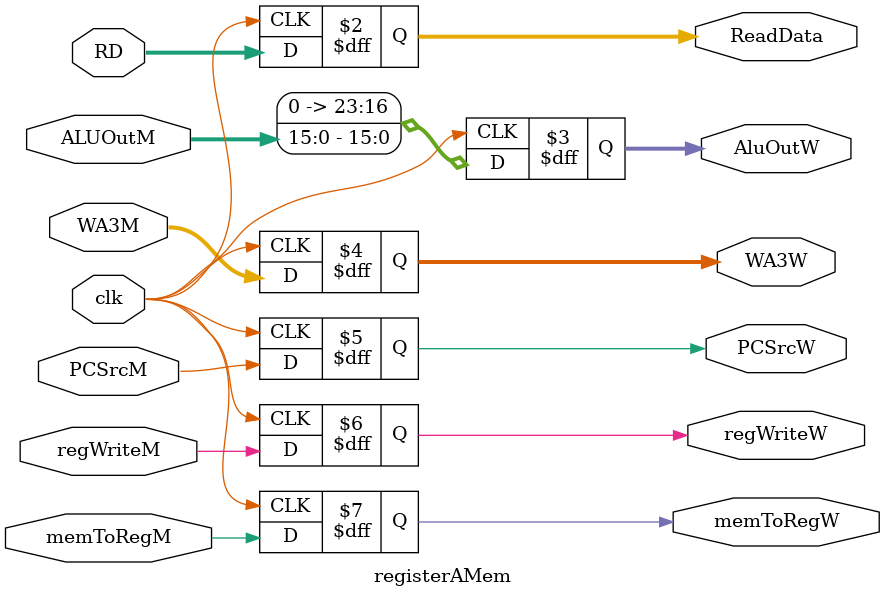
<source format=sv>
module registerAMem(input logic [23:0] RD, input logic [15:0] ALUOutM, input logic [23:0] WA3M, input logic clk, 
	input logic PCSrcM, regWriteM,memToRegM,
	output logic [23:0] ReadData, output logic [23:0] AluOutW, output logic [23:0] WA3W, 
	output logic PCSrcW, regWriteW,memToRegW );
	
	always_ff @(posedge clk) begin        
       ReadData <= RD;
		 AluOutW <= ALUOutM;
		 WA3W <= WA3M;
		 PCSrcW <= PCSrcM;
		 regWriteW <= regWriteM;
		 memToRegW <= memToRegM;
		 //assign MemWrite = MemW & zeroFlag; any flag
	end
endmodule 
</source>
